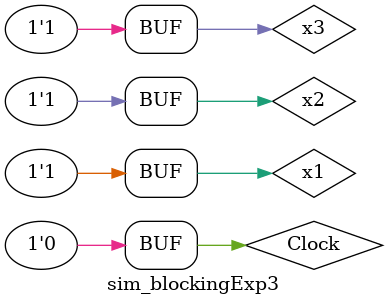
<source format=v>
`timescale 1ns / 1ps


module BlockingExp3(x1, x2, x3, Clock, f, g);
    input x1, x2, x3, Clock;
    output reg f, g;
    always @(posedge Clock)
    begin
    g = f | x3;
    f = x1 & x2;
end
endmodule



//Simulation
`timescale 1ns / 1ps

module sim_blockingExp3;

    reg x1, x2, x3, Clock;
    wire f, g;
    BlockingExp3 uut(x1, x2, x3, Clock, f, g);
    
    initial 
    begin
    x1=0; x2=0; x3=0;Clock =0;
    

    #1 x1=1; 
    #3 x2= 1; 
    #5 x3= 1;
    repeat(30)
    #1 Clock =~ Clock;
    
    end
endmodule

</source>
